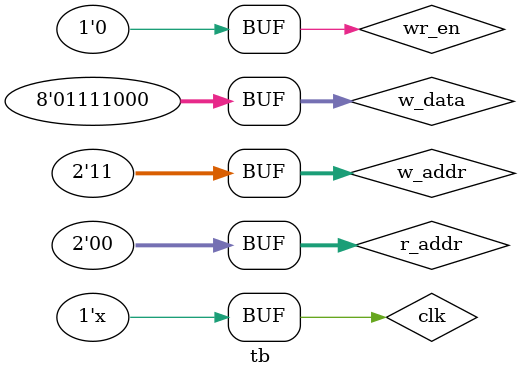
<source format=v>
module reg_file
#(
    parameter B = 8, // number of bits
    parameter W = 2 // number of address bits
)
(
    input wire clk, wr_en,
    input wire [W-1:0] w_addr, r_addr,
    input wire [B-1:0] w_data,
    output wire [B-1:0] r_data
);

    // signal declaration
    reg [B-1:0] array_reg [(2**W)-1:0];

    // write operation
    always @(posedge clk)
    begin
        if (wr_en)
            array_reg[w_addr] <= w_data;
    end

    // read operation
    assign r_data = array_reg[r_addr];

endmodule


module tb;
    reg clk, wr_en;
    reg [1:0] w_addr, r_addr;
    reg [7:0] w_data;
    wire [7:0] r_data;

    reg_file uut(clk, wr_en, w_addr, r_addr, w_data, r_data);

    always #5 clk = ~clk;

    initial
    begin
        // Initial setup and first write
        clk = 0;
        wr_en = 1;
        w_addr = 0;
        w_data = 100;

        // Second write (at time 20)
        #20;
        w_addr = 1;
        w_data = 101;

        // Third write (at time 40)
        #20;
        w_addr = 2;
        w_data = 110;
        
        // This is a repeated operation in the source images (at time 60)
        #20;
        w_addr = 3; 
        w_data = 120; // This overwrites the previous value at address 1
        wr_en=0;

        // First read (at time 80)
        #20;
        r_addr = 2;

        // Second read (at time 100)
        #20;
        r_addr = 0;
    end

endmodule

</source>
